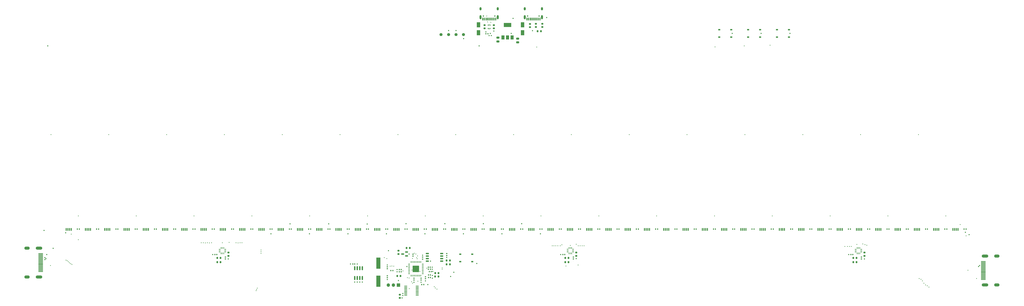
<source format=gbr>
%TF.GenerationSoftware,KiCad,Pcbnew,(6.0.5-0)*%
%TF.CreationDate,2022-06-15T01:26:12-05:00*%
%TF.ProjectId,skogaslider-main-pcb,736b6f67-6173-46c6-9964-65722d6d6169,rev?*%
%TF.SameCoordinates,Original*%
%TF.FileFunction,Soldermask,Top*%
%TF.FilePolarity,Negative*%
%FSLAX46Y46*%
G04 Gerber Fmt 4.6, Leading zero omitted, Abs format (unit mm)*
G04 Created by KiCad (PCBNEW (6.0.5-0)) date 2022-06-15 01:26:12*
%MOMM*%
%LPD*%
G01*
G04 APERTURE LIST*
G04 Aperture macros list*
%AMRoundRect*
0 Rectangle with rounded corners*
0 $1 Rounding radius*
0 $2 $3 $4 $5 $6 $7 $8 $9 X,Y pos of 4 corners*
0 Add a 4 corners polygon primitive as box body*
4,1,4,$2,$3,$4,$5,$6,$7,$8,$9,$2,$3,0*
0 Add four circle primitives for the rounded corners*
1,1,$1+$1,$2,$3*
1,1,$1+$1,$4,$5*
1,1,$1+$1,$6,$7*
1,1,$1+$1,$8,$9*
0 Add four rect primitives between the rounded corners*
20,1,$1+$1,$2,$3,$4,$5,0*
20,1,$1+$1,$4,$5,$6,$7,0*
20,1,$1+$1,$6,$7,$8,$9,0*
20,1,$1+$1,$8,$9,$2,$3,0*%
%AMFreePoly0*
4,1,14,0.354215,0.088284,0.450784,-0.008285,0.462500,-0.036569,0.462500,-0.060000,0.450784,-0.088284,0.422500,-0.100000,-0.422500,-0.100000,-0.450784,-0.088284,-0.462500,-0.060000,-0.462500,0.060000,-0.450784,0.088284,-0.422500,0.100000,0.325931,0.100000,0.354215,0.088284,0.354215,0.088284,$1*%
%AMFreePoly1*
4,1,14,0.450784,0.088284,0.462500,0.060000,0.462500,0.036569,0.450784,0.008285,0.354215,-0.088284,0.325931,-0.100000,-0.422500,-0.100000,-0.450784,-0.088284,-0.462500,-0.060000,-0.462500,0.060000,-0.450784,0.088284,-0.422500,0.100000,0.422500,0.100000,0.450784,0.088284,0.450784,0.088284,$1*%
%AMFreePoly2*
4,1,14,0.088284,0.450784,0.100000,0.422500,0.100000,-0.422500,0.088284,-0.450784,0.060000,-0.462500,-0.060000,-0.462500,-0.088284,-0.450784,-0.100000,-0.422500,-0.100000,0.325931,-0.088284,0.354215,0.008285,0.450784,0.036569,0.462500,0.060000,0.462500,0.088284,0.450784,0.088284,0.450784,$1*%
%AMFreePoly3*
4,1,14,-0.008285,0.450784,0.088284,0.354215,0.100000,0.325931,0.100000,-0.422500,0.088284,-0.450784,0.060000,-0.462500,-0.060000,-0.462500,-0.088284,-0.450784,-0.100000,-0.422500,-0.100000,0.422500,-0.088284,0.450784,-0.060000,0.462500,-0.036569,0.462500,-0.008285,0.450784,-0.008285,0.450784,$1*%
%AMFreePoly4*
4,1,14,0.450784,0.088284,0.462500,0.060000,0.462500,-0.060000,0.450784,-0.088284,0.422500,-0.100000,-0.325931,-0.100000,-0.354215,-0.088284,-0.450784,0.008285,-0.462500,0.036569,-0.462500,0.060000,-0.450784,0.088284,-0.422500,0.100000,0.422500,0.100000,0.450784,0.088284,0.450784,0.088284,$1*%
%AMFreePoly5*
4,1,14,0.450784,0.088284,0.462500,0.060000,0.462500,-0.060000,0.450784,-0.088284,0.422500,-0.100000,-0.422500,-0.100000,-0.450784,-0.088284,-0.462500,-0.060000,-0.462500,-0.036569,-0.450784,-0.008285,-0.354215,0.088284,-0.325931,0.100000,0.422500,0.100000,0.450784,0.088284,0.450784,0.088284,$1*%
%AMFreePoly6*
4,1,14,0.088284,0.450784,0.100000,0.422500,0.100000,-0.325931,0.088284,-0.354215,-0.008285,-0.450784,-0.036569,-0.462500,-0.060000,-0.462500,-0.088284,-0.450784,-0.100000,-0.422500,-0.100000,0.422500,-0.088284,0.450784,-0.060000,0.462500,0.060000,0.462500,0.088284,0.450784,0.088284,0.450784,$1*%
%AMFreePoly7*
4,1,14,0.088284,0.450784,0.100000,0.422500,0.100000,-0.422500,0.088284,-0.450784,0.060000,-0.462500,0.036569,-0.462500,0.008285,-0.450784,-0.088284,-0.354215,-0.100000,-0.325931,-0.100000,0.422500,-0.088284,0.450784,-0.060000,0.462500,0.060000,0.462500,0.088284,0.450784,0.088284,0.450784,$1*%
G04 Aperture macros list end*
%ADD10O,2.400000X0.300000*%
%ADD11O,3.300000X1.500000*%
%ADD12O,2.700000X1.500000*%
%ADD13R,0.500000X1.400000*%
%ADD14RoundRect,0.140000X-0.140000X-0.170000X0.140000X-0.170000X0.140000X0.170000X-0.140000X0.170000X0*%
%ADD15RoundRect,0.250000X0.475000X-0.250000X0.475000X0.250000X-0.475000X0.250000X-0.475000X-0.250000X0*%
%ADD16FreePoly0,90.000000*%
%ADD17RoundRect,0.050000X0.050000X-0.412500X0.050000X0.412500X-0.050000X0.412500X-0.050000X-0.412500X0*%
%ADD18FreePoly1,90.000000*%
%ADD19FreePoly2,90.000000*%
%ADD20RoundRect,0.050000X0.412500X-0.050000X0.412500X0.050000X-0.412500X0.050000X-0.412500X-0.050000X0*%
%ADD21FreePoly3,90.000000*%
%ADD22FreePoly4,90.000000*%
%ADD23FreePoly5,90.000000*%
%ADD24FreePoly6,90.000000*%
%ADD25FreePoly7,90.000000*%
%ADD26RoundRect,0.200000X0.200000X0.275000X-0.200000X0.275000X-0.200000X-0.275000X0.200000X-0.275000X0*%
%ADD27RoundRect,0.200000X-0.275000X0.200000X-0.275000X-0.200000X0.275000X-0.200000X0.275000X0.200000X0*%
%ADD28RoundRect,0.140000X-0.170000X0.140000X-0.170000X-0.140000X0.170000X-0.140000X0.170000X0.140000X0*%
%ADD29RoundRect,0.100000X-0.637500X-0.100000X0.637500X-0.100000X0.637500X0.100000X-0.637500X0.100000X0*%
%ADD30RoundRect,0.200000X-0.200000X-0.275000X0.200000X-0.275000X0.200000X0.275000X-0.200000X0.275000X0*%
%ADD31RoundRect,0.050000X-0.050000X0.387500X-0.050000X-0.387500X0.050000X-0.387500X0.050000X0.387500X0*%
%ADD32RoundRect,0.050000X-0.387500X0.050000X-0.387500X-0.050000X0.387500X-0.050000X0.387500X0.050000X0*%
%ADD33RoundRect,0.144000X-1.456000X1.456000X-1.456000X-1.456000X1.456000X-1.456000X1.456000X1.456000X0*%
%ADD34RoundRect,0.200000X0.275000X-0.200000X0.275000X0.200000X-0.275000X0.200000X-0.275000X-0.200000X0*%
%ADD35R,1.800000X2.500000*%
%ADD36RoundRect,0.150000X-0.650000X-0.150000X0.650000X-0.150000X0.650000X0.150000X-0.650000X0.150000X0*%
%ADD37C,1.500000*%
%ADD38R,2.100000X5.600000*%
%ADD39RoundRect,0.140000X0.140000X0.170000X-0.140000X0.170000X-0.140000X-0.170000X0.140000X-0.170000X0*%
%ADD40C,0.650000*%
%ADD41R,0.600000X1.450000*%
%ADD42R,0.300000X1.450000*%
%ADD43O,1.000000X2.100000*%
%ADD44O,1.000000X1.600000*%
%ADD45RoundRect,0.140000X0.170000X-0.140000X0.170000X0.140000X-0.170000X0.140000X-0.170000X-0.140000X0*%
%ADD46RoundRect,0.150000X0.587500X0.150000X-0.587500X0.150000X-0.587500X-0.150000X0.587500X-0.150000X0*%
%ADD47R,0.375000X0.500000*%
%ADD48R,0.300000X0.650000*%
%ADD49R,1.000000X0.750000*%
%ADD50RoundRect,0.135000X0.135000X0.185000X-0.135000X0.185000X-0.135000X-0.185000X0.135000X-0.185000X0*%
%ADD51R,1.700000X1.700000*%
%ADD52O,1.700000X1.700000*%
%ADD53RoundRect,0.150000X0.150000X-0.825000X0.150000X0.825000X-0.150000X0.825000X-0.150000X-0.825000X0*%
%ADD54R,1.500000X2.000000*%
%ADD55R,3.800000X2.000000*%
%ADD56C,0.400000*%
%ADD57C,0.600000*%
G04 APERTURE END LIST*
D10*
%TO.C,J5*%
X169446622Y-312931000D03*
X169446622Y-312431000D03*
X169446622Y-311931000D03*
X169446622Y-311431000D03*
X169446622Y-310930000D03*
X169446622Y-310430000D03*
X169446622Y-309930000D03*
X169446622Y-309430000D03*
X169446622Y-308930000D03*
X169446622Y-308430000D03*
X169446622Y-307930000D03*
X169446622Y-307430000D03*
X169446622Y-306930000D03*
X169446622Y-306430000D03*
X169446622Y-305930000D03*
X169446622Y-305429000D03*
X169446622Y-304929000D03*
X169446622Y-304429000D03*
X169446622Y-303929000D03*
D11*
X168614622Y-301180000D03*
D12*
X162654622Y-301180000D03*
X162654622Y-315680000D03*
D11*
X168614622Y-315680000D03*
%TD*%
D13*
%TO.C,D35*%
X493296353Y-291820000D03*
X492456353Y-291820000D03*
X491606353Y-291820000D03*
X494146353Y-291820000D03*
%TD*%
D14*
%TO.C,C25*%
X187876696Y-291620000D03*
X188836696Y-291620000D03*
%TD*%
D15*
%TO.C,C13*%
X408700000Y-197910000D03*
X408700000Y-196010000D03*
%TD*%
D16*
%TO.C,U2*%
X259797384Y-303837500D03*
D17*
X260197384Y-303837500D03*
X260597384Y-303837500D03*
X260997384Y-303837500D03*
D18*
X261397384Y-303837500D03*
D19*
X261984884Y-303250000D03*
D20*
X261984884Y-302850000D03*
X261984884Y-302450000D03*
X261984884Y-302050000D03*
D21*
X261984884Y-301650000D03*
D22*
X261397384Y-301062500D03*
D17*
X260997384Y-301062500D03*
X260597384Y-301062500D03*
X260197384Y-301062500D03*
D23*
X259797384Y-301062500D03*
D24*
X259209884Y-301650000D03*
D20*
X259209884Y-302050000D03*
X259209884Y-302450000D03*
X259209884Y-302850000D03*
D25*
X259209884Y-303250000D03*
%TD*%
D14*
%TO.C,C37*%
X303876688Y-291620000D03*
X304836688Y-291620000D03*
%TD*%
D26*
%TO.C,R11*%
X368962624Y-313680000D03*
X367312624Y-313680000D03*
%TD*%
D13*
%TO.C,D20*%
X348296363Y-291820000D03*
X347456363Y-291820000D03*
X346606363Y-291820000D03*
X349146363Y-291820000D03*
%TD*%
%TO.C,D12*%
X270963035Y-291820000D03*
X270123035Y-291820000D03*
X269273035Y-291820000D03*
X271813035Y-291820000D03*
%TD*%
D14*
%TO.C,C43*%
X361876684Y-291620000D03*
X362836684Y-291620000D03*
%TD*%
D27*
%TO.C,R24*%
X349547624Y-324515000D03*
X349547624Y-326165000D03*
%TD*%
D14*
%TO.C,C34*%
X274876690Y-291620000D03*
X275836690Y-291620000D03*
%TD*%
D28*
%TO.C,C7*%
X360267624Y-316225000D03*
X360267624Y-317185000D03*
%TD*%
D29*
%TO.C,U9*%
X352565124Y-320235000D03*
X352565124Y-320885000D03*
X352565124Y-321535000D03*
X352565124Y-322185000D03*
X352565124Y-322835000D03*
X352565124Y-323485000D03*
X352565124Y-324135000D03*
X352565124Y-324785000D03*
X358290124Y-324785000D03*
X358290124Y-324135000D03*
X358290124Y-323485000D03*
X358290124Y-322835000D03*
X358290124Y-322185000D03*
X358290124Y-321535000D03*
X358290124Y-320885000D03*
X358290124Y-320235000D03*
%TD*%
D14*
%TO.C,C52*%
X448876678Y-291620000D03*
X449836678Y-291620000D03*
%TD*%
D30*
%TO.C,R2*%
X258027384Y-306130000D03*
X259677384Y-306130000D03*
%TD*%
D31*
%TO.C,U5*%
X360247624Y-308122500D03*
X359847624Y-308122500D03*
X359447624Y-308122500D03*
X359047624Y-308122500D03*
X358647624Y-308122500D03*
X358247624Y-308122500D03*
X357847624Y-308122500D03*
X357447624Y-308122500D03*
X357047624Y-308122500D03*
X356647624Y-308122500D03*
X356247624Y-308122500D03*
X355847624Y-308122500D03*
X355447624Y-308122500D03*
X355047624Y-308122500D03*
D32*
X354210124Y-308960000D03*
X354210124Y-309360000D03*
X354210124Y-309760000D03*
X354210124Y-310160000D03*
X354210124Y-310560000D03*
X354210124Y-310960000D03*
X354210124Y-311360000D03*
X354210124Y-311760000D03*
X354210124Y-312160000D03*
X354210124Y-312560000D03*
X354210124Y-312960000D03*
X354210124Y-313360000D03*
X354210124Y-313760000D03*
X354210124Y-314160000D03*
D31*
X355047624Y-314997500D03*
X355447624Y-314997500D03*
X355847624Y-314997500D03*
X356247624Y-314997500D03*
X356647624Y-314997500D03*
X357047624Y-314997500D03*
X357447624Y-314997500D03*
X357847624Y-314997500D03*
X358247624Y-314997500D03*
X358647624Y-314997500D03*
X359047624Y-314997500D03*
X359447624Y-314997500D03*
X359847624Y-314997500D03*
X360247624Y-314997500D03*
D32*
X361085124Y-314160000D03*
X361085124Y-313760000D03*
X361085124Y-313360000D03*
X361085124Y-312960000D03*
X361085124Y-312560000D03*
X361085124Y-312160000D03*
X361085124Y-311760000D03*
X361085124Y-311360000D03*
X361085124Y-310960000D03*
X361085124Y-310560000D03*
X361085124Y-310160000D03*
X361085124Y-309760000D03*
X361085124Y-309360000D03*
X361085124Y-308960000D03*
D33*
X357647624Y-311560000D03*
%TD*%
D13*
%TO.C,D33*%
X473963021Y-291820000D03*
X473123021Y-291820000D03*
X472273021Y-291820000D03*
X474813021Y-291820000D03*
%TD*%
D34*
%TO.C,R9*%
X263597384Y-305065000D03*
X263597384Y-303415000D03*
%TD*%
D30*
%TO.C,R3*%
X432507624Y-308175000D03*
X434157624Y-308175000D03*
%TD*%
D14*
%TO.C,C65*%
X564876670Y-291620000D03*
X565836670Y-291620000D03*
%TD*%
D13*
%TO.C,D19*%
X338629697Y-291820000D03*
X337789697Y-291820000D03*
X336939697Y-291820000D03*
X339479697Y-291820000D03*
%TD*%
D34*
%TO.C,R10*%
X438077624Y-305062500D03*
X438077624Y-303412500D03*
%TD*%
D13*
%TO.C,D48*%
X618963011Y-291820000D03*
X618123011Y-291820000D03*
X617273011Y-291820000D03*
X619813011Y-291820000D03*
%TD*%
%TO.C,D9*%
X241963037Y-291820000D03*
X241123037Y-291820000D03*
X240273037Y-291820000D03*
X242813037Y-291820000D03*
%TD*%
D35*
%TO.C,D2*%
X411117624Y-193088802D03*
X411117624Y-189088802D03*
%TD*%
D36*
%TO.C,U7*%
X363407624Y-303920000D03*
X363407624Y-305190000D03*
X363407624Y-306460000D03*
X363407624Y-307730000D03*
X370607624Y-307730000D03*
X370607624Y-306460000D03*
X370607624Y-305190000D03*
X370607624Y-303920000D03*
%TD*%
D14*
%TO.C,C55*%
X477876676Y-291620000D03*
X478836676Y-291620000D03*
%TD*%
D13*
%TO.C,D28*%
X425629691Y-291820000D03*
X424789691Y-291820000D03*
X423939691Y-291820000D03*
X426479691Y-291820000D03*
%TD*%
%TO.C,D46*%
X599629679Y-291820000D03*
X598789679Y-291820000D03*
X597939679Y-291820000D03*
X600479679Y-291820000D03*
%TD*%
D37*
%TO.C,TP4*%
X381516667Y-193960000D03*
%TD*%
D30*
%TO.C,R19*%
X576972624Y-306130000D03*
X578622624Y-306130000D03*
%TD*%
D13*
%TO.C,D10*%
X251629703Y-291820000D03*
X250789703Y-291820000D03*
X249939703Y-291820000D03*
X252479703Y-291820000D03*
%TD*%
D16*
%TO.C,U3*%
X434277624Y-303835000D03*
D17*
X434677624Y-303835000D03*
X435077624Y-303835000D03*
X435477624Y-303835000D03*
D18*
X435877624Y-303835000D03*
D19*
X436465124Y-303247500D03*
D20*
X436465124Y-302847500D03*
X436465124Y-302447500D03*
X436465124Y-302047500D03*
D21*
X436465124Y-301647500D03*
D22*
X435877624Y-301060000D03*
D17*
X435477624Y-301060000D03*
X435077624Y-301060000D03*
X434677624Y-301060000D03*
D23*
X434277624Y-301060000D03*
D24*
X433690124Y-301647500D03*
D20*
X433690124Y-302047500D03*
X433690124Y-302447500D03*
X433690124Y-302847500D03*
D25*
X433690124Y-303247500D03*
%TD*%
D14*
%TO.C,C11*%
X256871635Y-304440000D03*
X257831635Y-304440000D03*
%TD*%
%TO.C,C33*%
X265210024Y-291620000D03*
X266170024Y-291620000D03*
%TD*%
%TO.C,C62*%
X535876672Y-291620000D03*
X536836672Y-291620000D03*
%TD*%
D13*
%TO.C,D25*%
X396629693Y-291820000D03*
X395789693Y-291820000D03*
X394939693Y-291820000D03*
X397479693Y-291820000D03*
%TD*%
D38*
%TO.C,Y1*%
X338817624Y-308740000D03*
X338817624Y-317740000D03*
%TD*%
D14*
%TO.C,C59*%
X506876674Y-291620000D03*
X507836674Y-291620000D03*
%TD*%
D37*
%TO.C,TP2*%
X373998889Y-193960000D03*
%TD*%
D14*
%TO.C,C72*%
X632543362Y-291620000D03*
X633503362Y-291620000D03*
%TD*%
D13*
%TO.C,D3*%
X183963041Y-291820000D03*
X183123041Y-291820000D03*
X182273041Y-291820000D03*
X184813041Y-291820000D03*
%TD*%
D14*
%TO.C,C29*%
X226543360Y-291620000D03*
X227503360Y-291620000D03*
%TD*%
%TO.C,C68*%
X593876668Y-291620000D03*
X594836668Y-291620000D03*
%TD*%
D13*
%TO.C,D18*%
X328963031Y-291820000D03*
X328123031Y-291820000D03*
X327273031Y-291820000D03*
X329813031Y-291820000D03*
%TD*%
%TO.C,D16*%
X309629699Y-291820000D03*
X308789699Y-291820000D03*
X307939699Y-291820000D03*
X310479699Y-291820000D03*
%TD*%
D14*
%TO.C,C5*%
X364350000Y-312930000D03*
X365310000Y-312930000D03*
%TD*%
D34*
%TO.C,R22*%
X582542624Y-305065000D03*
X582542624Y-303415000D03*
%TD*%
D14*
%TO.C,C12*%
X431340000Y-304437500D03*
X432300000Y-304437500D03*
%TD*%
D39*
%TO.C,C2*%
X350257624Y-313070000D03*
X349297624Y-313070000D03*
%TD*%
D16*
%TO.C,U8*%
X578742624Y-303837500D03*
D17*
X579142624Y-303837500D03*
X579542624Y-303837500D03*
X579942624Y-303837500D03*
D18*
X580342624Y-303837500D03*
D19*
X580930124Y-303250000D03*
D20*
X580930124Y-302850000D03*
X580930124Y-302450000D03*
X580930124Y-302050000D03*
D21*
X580930124Y-301650000D03*
D22*
X580342624Y-301062500D03*
D17*
X579942624Y-301062500D03*
X579542624Y-301062500D03*
X579142624Y-301062500D03*
D23*
X578742624Y-301062500D03*
D24*
X578155124Y-301650000D03*
D20*
X578155124Y-302050000D03*
X578155124Y-302450000D03*
X578155124Y-302850000D03*
D25*
X578155124Y-303250000D03*
%TD*%
D13*
%TO.C,D32*%
X464296355Y-291820000D03*
X463456355Y-291820000D03*
X462606355Y-291820000D03*
X465146355Y-291820000D03*
%TD*%
D28*
%TO.C,C8*%
X356647624Y-316237781D03*
X356647624Y-317197781D03*
%TD*%
D14*
%TO.C,C42*%
X352210018Y-291620000D03*
X353170018Y-291620000D03*
%TD*%
D13*
%TO.C,D45*%
X589963013Y-291820000D03*
X589123013Y-291820000D03*
X588273013Y-291820000D03*
X590813013Y-291820000D03*
%TD*%
D40*
%TO.C,J1*%
X413667624Y-184718802D03*
X419447624Y-184718802D03*
D41*
X419807624Y-186163802D03*
X419007624Y-186163802D03*
D42*
X417807624Y-186163802D03*
X416807624Y-186163802D03*
X416307624Y-186163802D03*
X415307624Y-186163802D03*
D41*
X414107624Y-186163802D03*
X413307624Y-186163802D03*
X413307624Y-186163802D03*
X414107624Y-186163802D03*
D42*
X414807624Y-186163802D03*
X415807624Y-186163802D03*
X417307624Y-186163802D03*
X418307624Y-186163802D03*
D41*
X419007624Y-186163802D03*
X419807624Y-186163802D03*
D43*
X420877624Y-185248802D03*
X412237624Y-185248802D03*
D44*
X420877624Y-181068802D03*
X412237624Y-181068802D03*
%TD*%
D13*
%TO.C,D17*%
X319296365Y-291820000D03*
X318456365Y-291820000D03*
X317606365Y-291820000D03*
X320146365Y-291820000D03*
%TD*%
D14*
%TO.C,C54*%
X468210010Y-291620000D03*
X469170010Y-291620000D03*
%TD*%
%TO.C,C70*%
X613210000Y-291620000D03*
X614170000Y-291620000D03*
%TD*%
D35*
%TO.C,D1*%
X388997624Y-193088802D03*
X388997624Y-189088802D03*
%TD*%
D28*
%TO.C,C6*%
X362397624Y-315540000D03*
X362397624Y-316500000D03*
%TD*%
%TO.C,C20*%
X373117624Y-303910000D03*
X373117624Y-304870000D03*
%TD*%
D14*
%TO.C,C71*%
X622890000Y-291620000D03*
X623850000Y-291620000D03*
%TD*%
%TO.C,C30*%
X236210026Y-291620000D03*
X237170026Y-291620000D03*
%TD*%
%TO.C,C36*%
X294210022Y-291620000D03*
X295170022Y-291620000D03*
%TD*%
D13*
%TO.C,D34*%
X483629687Y-291820000D03*
X482789687Y-291820000D03*
X481939687Y-291820000D03*
X484479687Y-291820000D03*
%TD*%
%TO.C,D26*%
X406296359Y-291820000D03*
X405456359Y-291820000D03*
X404606359Y-291820000D03*
X407146359Y-291820000D03*
%TD*%
D45*
%TO.C,C18*%
X262127384Y-306600000D03*
X262127384Y-305640000D03*
%TD*%
D14*
%TO.C,C40*%
X332876686Y-291620000D03*
X333836686Y-291620000D03*
%TD*%
D13*
%TO.C,D8*%
X232296371Y-291820000D03*
X231456371Y-291820000D03*
X230606371Y-291820000D03*
X233146371Y-291820000D03*
%TD*%
D14*
%TO.C,C39*%
X323210020Y-291620000D03*
X324170020Y-291620000D03*
%TD*%
D13*
%TO.C,D30*%
X444963023Y-291820000D03*
X444123023Y-291820000D03*
X443273023Y-291820000D03*
X445813023Y-291820000D03*
%TD*%
%TO.C,D23*%
X377296361Y-291820000D03*
X376456361Y-291820000D03*
X375606361Y-291820000D03*
X378146361Y-291820000D03*
%TD*%
D26*
%TO.C,R17*%
X374712624Y-307340000D03*
X373062624Y-307340000D03*
%TD*%
D46*
%TO.C,Q1*%
X352917624Y-305070000D03*
X352917624Y-303170000D03*
X351042624Y-304120000D03*
%TD*%
D47*
%TO.C,U4*%
X394935124Y-189218802D03*
D48*
X394397624Y-189143802D03*
D47*
X393860124Y-189218802D03*
X393860124Y-190918802D03*
D48*
X394397624Y-190993802D03*
D47*
X394935124Y-190918802D03*
%TD*%
D45*
%TO.C,C23*%
X343307624Y-311540000D03*
X343307624Y-310580000D03*
%TD*%
D49*
%TO.C,SW1*%
X379857624Y-307990000D03*
X385857624Y-307990000D03*
X379857624Y-304240000D03*
X385857624Y-304240000D03*
%TD*%
D13*
%TO.C,D31*%
X454629689Y-291820000D03*
X453789689Y-291820000D03*
X452939689Y-291820000D03*
X455479689Y-291820000D03*
%TD*%
D14*
%TO.C,C38*%
X313543354Y-291620000D03*
X314503354Y-291620000D03*
%TD*%
%TO.C,C21*%
X575770000Y-304440000D03*
X576730000Y-304440000D03*
%TD*%
%TO.C,C15*%
X363937624Y-314660000D03*
X364897624Y-314660000D03*
%TD*%
%TO.C,C69*%
X603543334Y-291620000D03*
X604503334Y-291620000D03*
%TD*%
D13*
%TO.C,D44*%
X580296347Y-291820000D03*
X579456347Y-291820000D03*
X578606347Y-291820000D03*
X581146347Y-291820000D03*
%TD*%
D14*
%TO.C,C56*%
X487543342Y-291620000D03*
X488503342Y-291620000D03*
%TD*%
%TO.C,C51*%
X439210012Y-291620000D03*
X440170012Y-291620000D03*
%TD*%
D13*
%TO.C,D11*%
X261296369Y-291820000D03*
X260456369Y-291820000D03*
X259606369Y-291820000D03*
X262146369Y-291820000D03*
%TD*%
D14*
%TO.C,C63*%
X545543338Y-291620000D03*
X546503338Y-291620000D03*
%TD*%
D37*
%TO.C,TP3*%
X377757778Y-193960000D03*
%TD*%
D14*
%TO.C,C41*%
X342543352Y-291620000D03*
X343503352Y-291620000D03*
%TD*%
D13*
%TO.C,D41*%
X551296349Y-291820000D03*
X550456349Y-291820000D03*
X549606349Y-291820000D03*
X552146349Y-291820000D03*
%TD*%
D10*
%TO.C,J6*%
X642193399Y-307909000D03*
X642193399Y-308409000D03*
X642193399Y-308909000D03*
X642193399Y-309409000D03*
X642193399Y-309910000D03*
X642193399Y-310410000D03*
X642193399Y-310910000D03*
X642193399Y-311410000D03*
X642193399Y-311910000D03*
X642193399Y-312410000D03*
X642193399Y-312910000D03*
X642193399Y-313410000D03*
X642193399Y-313910000D03*
X642193399Y-314410000D03*
X642193399Y-314910000D03*
X642193399Y-315411000D03*
X642193399Y-315911000D03*
X642193399Y-316411000D03*
X642193399Y-316911000D03*
D11*
X643025399Y-319660000D03*
X643025399Y-305160000D03*
D12*
X648985399Y-319660000D03*
X648985399Y-305160000D03*
%TD*%
D14*
%TO.C,C48*%
X410210014Y-291620000D03*
X411170014Y-291620000D03*
%TD*%
D27*
%TO.C,R5*%
X396697624Y-189253802D03*
X396697624Y-190903802D03*
%TD*%
D13*
%TO.C,D5*%
X203296373Y-291820000D03*
X202456373Y-291820000D03*
X201606373Y-291820000D03*
X204146373Y-291820000D03*
%TD*%
%TO.C,D13*%
X280629701Y-291820000D03*
X279789701Y-291820000D03*
X278939701Y-291820000D03*
X281479701Y-291820000D03*
%TD*%
D30*
%TO.C,R4*%
X432507624Y-306127500D03*
X434157624Y-306127500D03*
%TD*%
D13*
%TO.C,D14*%
X290296367Y-291820000D03*
X289456367Y-291820000D03*
X288606367Y-291820000D03*
X291146367Y-291820000D03*
%TD*%
D26*
%TO.C,R13*%
X368952624Y-315370000D03*
X367302624Y-315370000D03*
%TD*%
D14*
%TO.C,C26*%
X197543362Y-291620000D03*
X198503362Y-291620000D03*
%TD*%
D15*
%TO.C,C14*%
X398790000Y-197460000D03*
X398790000Y-195560000D03*
%TD*%
D14*
%TO.C,C49*%
X419876680Y-291620000D03*
X420836680Y-291620000D03*
%TD*%
D49*
%TO.C,SW4*%
X538687500Y-191515000D03*
X544687500Y-191515000D03*
X544687500Y-195265000D03*
X538687500Y-195265000D03*
%TD*%
D13*
%TO.C,D37*%
X512629685Y-291820000D03*
X511789685Y-291820000D03*
X510939685Y-291820000D03*
X513479685Y-291820000D03*
%TD*%
D39*
%TO.C,C3*%
X326950000Y-309180000D03*
X325990000Y-309180000D03*
%TD*%
D13*
%TO.C,D22*%
X367629695Y-291820000D03*
X366789695Y-291820000D03*
X365939695Y-291820000D03*
X368479695Y-291820000D03*
%TD*%
D49*
%TO.C,SW3*%
X524207500Y-191515000D03*
X530207500Y-191515000D03*
X530207500Y-195265000D03*
X524207500Y-195265000D03*
%TD*%
D13*
%TO.C,D6*%
X212963039Y-291820000D03*
X212123039Y-291820000D03*
X211273039Y-291820000D03*
X213813039Y-291820000D03*
%TD*%
D28*
%TO.C,C24*%
X343287624Y-315027262D03*
X343287624Y-315987262D03*
%TD*%
D13*
%TO.C,D40*%
X541629683Y-291820000D03*
X540789683Y-291820000D03*
X539939683Y-291820000D03*
X542479683Y-291820000D03*
%TD*%
D14*
%TO.C,C31*%
X245876692Y-291620000D03*
X246836692Y-291620000D03*
%TD*%
D40*
%TO.C,J2*%
X397277624Y-184718802D03*
X391497624Y-184718802D03*
D41*
X397637624Y-186163802D03*
X396837624Y-186163802D03*
D42*
X395637624Y-186163802D03*
X394637624Y-186163802D03*
X394137624Y-186163802D03*
X393137624Y-186163802D03*
D41*
X391937624Y-186163802D03*
X391137624Y-186163802D03*
X391137624Y-186163802D03*
X391937624Y-186163802D03*
D42*
X392637624Y-186163802D03*
X393637624Y-186163802D03*
X395137624Y-186163802D03*
X396137624Y-186163802D03*
D41*
X396837624Y-186163802D03*
X397637624Y-186163802D03*
D44*
X398707624Y-181068802D03*
X390067624Y-181068802D03*
D43*
X390067624Y-185248802D03*
X398707624Y-185248802D03*
%TD*%
D14*
%TO.C,C17*%
X392767624Y-193568802D03*
X393727624Y-193568802D03*
%TD*%
D13*
%TO.C,D15*%
X299963033Y-291820000D03*
X299123033Y-291820000D03*
X298273033Y-291820000D03*
X300813033Y-291820000D03*
%TD*%
D27*
%TO.C,R7*%
X417807624Y-188573802D03*
X417807624Y-190223802D03*
%TD*%
D39*
%TO.C,C57*%
X361567624Y-319500000D03*
X360607624Y-319500000D03*
%TD*%
D14*
%TO.C,C60*%
X516543340Y-291620000D03*
X517503340Y-291620000D03*
%TD*%
D45*
%TO.C,C22*%
X581072624Y-306600000D03*
X581072624Y-305640000D03*
%TD*%
D14*
%TO.C,C47*%
X400543348Y-291620000D03*
X401503348Y-291620000D03*
%TD*%
D13*
%TO.C,D7*%
X222629705Y-291820000D03*
X221789705Y-291820000D03*
X220939705Y-291820000D03*
X223479705Y-291820000D03*
%TD*%
%TO.C,D36*%
X502963019Y-291820000D03*
X502123019Y-291820000D03*
X501273019Y-291820000D03*
X503813019Y-291820000D03*
%TD*%
D30*
%TO.C,R1*%
X258027384Y-308180000D03*
X259677384Y-308180000D03*
%TD*%
D50*
%TO.C,R23*%
X346097624Y-312480000D03*
X345077624Y-312480000D03*
%TD*%
D51*
%TO.C,J3*%
X348882624Y-319730000D03*
D52*
X346342624Y-319730000D03*
X343802624Y-319730000D03*
%TD*%
D13*
%TO.C,D21*%
X357963029Y-291820000D03*
X357123029Y-291820000D03*
X356273029Y-291820000D03*
X358813029Y-291820000D03*
%TD*%
D37*
%TO.C,TP1*%
X370240000Y-193960000D03*
%TD*%
D45*
%TO.C,C10*%
X361037624Y-306650000D03*
X361037624Y-305690000D03*
%TD*%
D30*
%TO.C,R18*%
X576972624Y-308177500D03*
X578622624Y-308177500D03*
%TD*%
D14*
%TO.C,C45*%
X381210016Y-291620000D03*
X382170016Y-291620000D03*
%TD*%
D13*
%TO.C,D47*%
X609296345Y-291820000D03*
X608456345Y-291820000D03*
X607606345Y-291820000D03*
X610146345Y-291820000D03*
%TD*%
D14*
%TO.C,C58*%
X497210008Y-291620000D03*
X498170008Y-291620000D03*
%TD*%
D13*
%TO.C,D42*%
X560963015Y-291820000D03*
X560123015Y-291820000D03*
X559273015Y-291820000D03*
X561813015Y-291820000D03*
%TD*%
D14*
%TO.C,C28*%
X216876694Y-291620000D03*
X217836694Y-291620000D03*
%TD*%
D27*
%TO.C,R12*%
X421037624Y-188573802D03*
X421037624Y-190223802D03*
%TD*%
D53*
%TO.C,U6*%
X326952624Y-316195000D03*
X328222624Y-316195000D03*
X329492624Y-316195000D03*
X330762624Y-316195000D03*
X330762624Y-311245000D03*
X329492624Y-311245000D03*
X328222624Y-311245000D03*
X326952624Y-311245000D03*
%TD*%
D13*
%TO.C,D43*%
X570629681Y-291820000D03*
X569789681Y-291820000D03*
X568939681Y-291820000D03*
X571479681Y-291820000D03*
%TD*%
D14*
%TO.C,C46*%
X390876682Y-291620000D03*
X391836682Y-291620000D03*
%TD*%
D30*
%TO.C,R20*%
X373062624Y-309300000D03*
X374712624Y-309300000D03*
%TD*%
D14*
%TO.C,C53*%
X458543344Y-291620000D03*
X459503344Y-291620000D03*
%TD*%
%TO.C,C16*%
X363940000Y-315890000D03*
X364900000Y-315890000D03*
%TD*%
D54*
%TO.C,U1*%
X401300000Y-195440000D03*
X403600000Y-195440000D03*
D55*
X403600000Y-189140000D03*
D54*
X405900000Y-195440000D03*
%TD*%
D30*
%TO.C,R21*%
X348272624Y-315180000D03*
X349922624Y-315180000D03*
%TD*%
D13*
%TO.C,D39*%
X531963017Y-291820000D03*
X531123017Y-291820000D03*
X530273017Y-291820000D03*
X532813017Y-291820000D03*
%TD*%
D14*
%TO.C,C27*%
X207210028Y-291620000D03*
X208170028Y-291620000D03*
%TD*%
D49*
%TO.C,SW2*%
X515727500Y-191515000D03*
X509727500Y-191515000D03*
X515727500Y-195265000D03*
X509727500Y-195265000D03*
%TD*%
D14*
%TO.C,C44*%
X371543350Y-291620000D03*
X372503350Y-291620000D03*
%TD*%
%TO.C,C61*%
X526210006Y-291620000D03*
X527170006Y-291620000D03*
%TD*%
D34*
%TO.C,R16*%
X348930124Y-304125000D03*
X348930124Y-302475000D03*
%TD*%
D14*
%TO.C,C66*%
X574543336Y-291620000D03*
X575503336Y-291620000D03*
%TD*%
%TO.C,C67*%
X584210002Y-291620000D03*
X585170002Y-291620000D03*
%TD*%
%TO.C,C4*%
X363907624Y-311796666D03*
X364867624Y-311796666D03*
%TD*%
D45*
%TO.C,C73*%
X356150000Y-305180000D03*
X356150000Y-304220000D03*
%TD*%
D14*
%TO.C,C32*%
X255543358Y-291620000D03*
X256503358Y-291620000D03*
%TD*%
D13*
%TO.C,D24*%
X386963027Y-291820000D03*
X386123027Y-291820000D03*
X385273027Y-291820000D03*
X387813027Y-291820000D03*
%TD*%
%TO.C,D4*%
X193629707Y-291820000D03*
X192789707Y-291820000D03*
X191939707Y-291820000D03*
X194479707Y-291820000D03*
%TD*%
D14*
%TO.C,C1*%
X363887624Y-310730000D03*
X364847624Y-310730000D03*
%TD*%
%TO.C,C64*%
X555210004Y-291620000D03*
X556170004Y-291620000D03*
%TD*%
D13*
%TO.C,D49*%
X628629707Y-291820000D03*
X627789707Y-291820000D03*
X626939707Y-291820000D03*
X629479707Y-291820000D03*
%TD*%
D39*
%TO.C,C9*%
X350267624Y-311960000D03*
X349307624Y-311960000D03*
%TD*%
D45*
%TO.C,C19*%
X436607624Y-306597500D03*
X436607624Y-305637500D03*
%TD*%
D13*
%TO.C,D27*%
X415963025Y-291820000D03*
X415123025Y-291820000D03*
X414273025Y-291820000D03*
X416813025Y-291820000D03*
%TD*%
D14*
%TO.C,C35*%
X284543356Y-291620000D03*
X285503356Y-291620000D03*
%TD*%
D13*
%TO.C,D38*%
X522296351Y-291820000D03*
X521456351Y-291820000D03*
X520606351Y-291820000D03*
X523146351Y-291820000D03*
%TD*%
%TO.C,D29*%
X435296357Y-291820000D03*
X434456357Y-291820000D03*
X433606357Y-291820000D03*
X436146357Y-291820000D03*
%TD*%
D30*
%TO.C,R15*%
X352915124Y-301120000D03*
X354565124Y-301120000D03*
%TD*%
D26*
%TO.C,R14*%
X420342624Y-192328802D03*
X418692624Y-192328802D03*
%TD*%
D27*
%TO.C,R6*%
X392097624Y-189233802D03*
X392097624Y-190883802D03*
%TD*%
D14*
%TO.C,C50*%
X429543346Y-291620000D03*
X430503346Y-291620000D03*
%TD*%
D27*
%TO.C,R8*%
X414807624Y-188623802D03*
X414807624Y-190273802D03*
%TD*%
D56*
X363137624Y-311260000D03*
X359667624Y-312890000D03*
X351161442Y-312571976D03*
X355627624Y-312190000D03*
D57*
X395490000Y-194520000D03*
X376680000Y-313310000D03*
X375030000Y-315370000D03*
X394340000Y-194530000D03*
D56*
X174626374Y-244210000D03*
X250040000Y-298480000D03*
X188376374Y-285018999D03*
X251020000Y-298510000D03*
X203626374Y-244210000D03*
X252070000Y-298520000D03*
X253050000Y-298510000D03*
X217376374Y-285018999D03*
X254060000Y-298520000D03*
X232626374Y-244210000D03*
X246376374Y-285018999D03*
X255160000Y-298490000D03*
X261626374Y-244210000D03*
X260610000Y-298490000D03*
X275376374Y-285018999D03*
X263970000Y-298270000D03*
X290626374Y-244210000D03*
X267400000Y-298510000D03*
X304376374Y-285018999D03*
X268470000Y-298520000D03*
X319626374Y-244210000D03*
X269440000Y-298510000D03*
X333376374Y-285018999D03*
X270420000Y-298510000D03*
X426020000Y-299990000D03*
X348626374Y-244210000D03*
X426890000Y-299980000D03*
X362376374Y-285018999D03*
X377626374Y-244210000D03*
X427840000Y-300010000D03*
X391376374Y-285018999D03*
X428820000Y-300000000D03*
X429990000Y-300010000D03*
X406626374Y-244210000D03*
X420376374Y-285018999D03*
X430870000Y-299500000D03*
X435626374Y-244210000D03*
X435090000Y-299790000D03*
X449376374Y-285018999D03*
X438010000Y-299270000D03*
X439020000Y-300020000D03*
X464626374Y-244210000D03*
X440010000Y-300000000D03*
X478376374Y-285018999D03*
X493626374Y-244210000D03*
X441000000Y-300010000D03*
X441980000Y-300000000D03*
X507376374Y-285018999D03*
X522626374Y-244210000D03*
X572760000Y-300350500D03*
X573990000Y-300350500D03*
X536376374Y-285018999D03*
X575010000Y-300350500D03*
X551626374Y-244210000D03*
X565376374Y-285018999D03*
X575990000Y-300350500D03*
X580626374Y-244210000D03*
X578760000Y-299310000D03*
X581710000Y-299090000D03*
X594376374Y-285018999D03*
X609626374Y-244210000D03*
X582820000Y-299370000D03*
X623376374Y-285018999D03*
X583760000Y-299730000D03*
D57*
X343920000Y-302460000D03*
X394917847Y-193374954D03*
X389350000Y-199700000D03*
X405427624Y-193388802D03*
X635100000Y-294440000D03*
X171160000Y-292320000D03*
X182040000Y-293480000D03*
X172516622Y-304430000D03*
X633230000Y-293200000D03*
X175716622Y-301230000D03*
X173030000Y-199700000D03*
D56*
X184813041Y-294145417D03*
X188337624Y-296990000D03*
X633540000Y-294980000D03*
X638826769Y-316410000D03*
X634480000Y-312250000D03*
X630580000Y-289350000D03*
X395177624Y-187848802D03*
D57*
X377746667Y-191930000D03*
D56*
X393637624Y-187608802D03*
D57*
X374006667Y-191936667D03*
D56*
X393157736Y-184715190D03*
X278100000Y-321220000D03*
X183960000Y-308570000D03*
X277790000Y-321890000D03*
X184530000Y-309010000D03*
X185110000Y-309420000D03*
X277510000Y-322560000D03*
X280010000Y-303790000D03*
X183340000Y-308050000D03*
X280000000Y-302930000D03*
X182780000Y-307570000D03*
X279980000Y-302090000D03*
X182210000Y-307160000D03*
X614060000Y-320070000D03*
X344757624Y-310200000D03*
X345627624Y-310180000D03*
X613190000Y-319660000D03*
X612380000Y-318790000D03*
X346537624Y-310210000D03*
X610010000Y-316390000D03*
X366810000Y-320500000D03*
X610950000Y-316850000D03*
X367380000Y-321200000D03*
X368170000Y-321750000D03*
X611640000Y-317640000D03*
X614890000Y-320710000D03*
X174367668Y-309930000D03*
X439017624Y-309660000D03*
X341807624Y-305920000D03*
X370847624Y-311100000D03*
X432877624Y-310190000D03*
X358027624Y-305960000D03*
X358327219Y-306510729D03*
X370827624Y-311800000D03*
X343052796Y-306406456D03*
X507650000Y-200210000D03*
X357648416Y-304120000D03*
X356799208Y-303720000D03*
X522270000Y-199690000D03*
X418200000Y-200300000D03*
X358497624Y-305070000D03*
X353397624Y-315960000D03*
X356017624Y-318830000D03*
X354207624Y-316130000D03*
X355527624Y-318050000D03*
X355950000Y-306350000D03*
X535250000Y-199340000D03*
X354307624Y-321530000D03*
X358647624Y-317780000D03*
D57*
X255738634Y-304430000D03*
X356647624Y-318268113D03*
X172134290Y-306420000D03*
X343277624Y-316970000D03*
X365942217Y-314879500D03*
X352740000Y-288900000D03*
X396697624Y-192198802D03*
X582553874Y-306600000D03*
X410670000Y-288870000D03*
X364966994Y-307730375D03*
X360267624Y-318268113D03*
X373107624Y-305800000D03*
X348237624Y-311950000D03*
X171604290Y-305930000D03*
X416157624Y-192068802D03*
X365841734Y-310730000D03*
X363617505Y-319510000D03*
X639827067Y-310400000D03*
X284986063Y-294025915D03*
X348227624Y-313070000D03*
X545240000Y-193440000D03*
X381540000Y-195990000D03*
X381507488Y-294025915D03*
X392754341Y-192675454D03*
X350757624Y-326190000D03*
X365870000Y-316240000D03*
X329477624Y-318170000D03*
X326957624Y-318170000D03*
X400811773Y-294025915D03*
X333260000Y-289080000D03*
X323594633Y-294025915D03*
X348857624Y-317470000D03*
X420116063Y-294025915D03*
X516270000Y-193440000D03*
X353097624Y-310451460D03*
X406417624Y-185828802D03*
X361037624Y-304719471D03*
X328217624Y-309180000D03*
X423237624Y-185418802D03*
X351107624Y-324940000D03*
X328227624Y-318170000D03*
X366100000Y-312890000D03*
X362397624Y-317598113D03*
X430238874Y-304410000D03*
X343307624Y-309640000D03*
X391460000Y-288930000D03*
X342898918Y-294025915D03*
X530760000Y-193420000D03*
X263508634Y-306600000D03*
X330757624Y-318160000D03*
X574723874Y-304430000D03*
X313960000Y-288990000D03*
X640327067Y-309900000D03*
X372190000Y-288870000D03*
X362203203Y-294025915D03*
X351107624Y-323940000D03*
X294560000Y-289020000D03*
X388210000Y-308880000D03*
X171564290Y-306940000D03*
X324822747Y-309160000D03*
X438078874Y-306410000D03*
X304290348Y-294025915D03*
X354232376Y-304165666D03*
X365841734Y-311800000D03*
M02*

</source>
